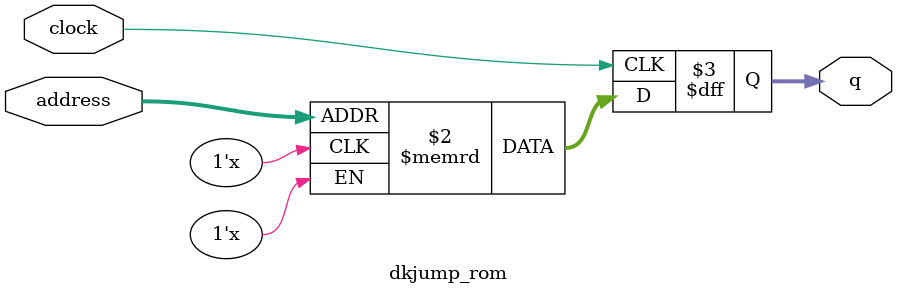
<source format=sv>
module dkjump_rom (
	input logic clock,
	input logic [12:0] address,
	output logic [11:0] q
);

logic [11:0] memory [0:5627] /* synthesis ram_init_file = "./dkjump/dkjump.COE" */;

always_ff @ (posedge clock) begin
	q <= memory[address];
end

endmodule

</source>
